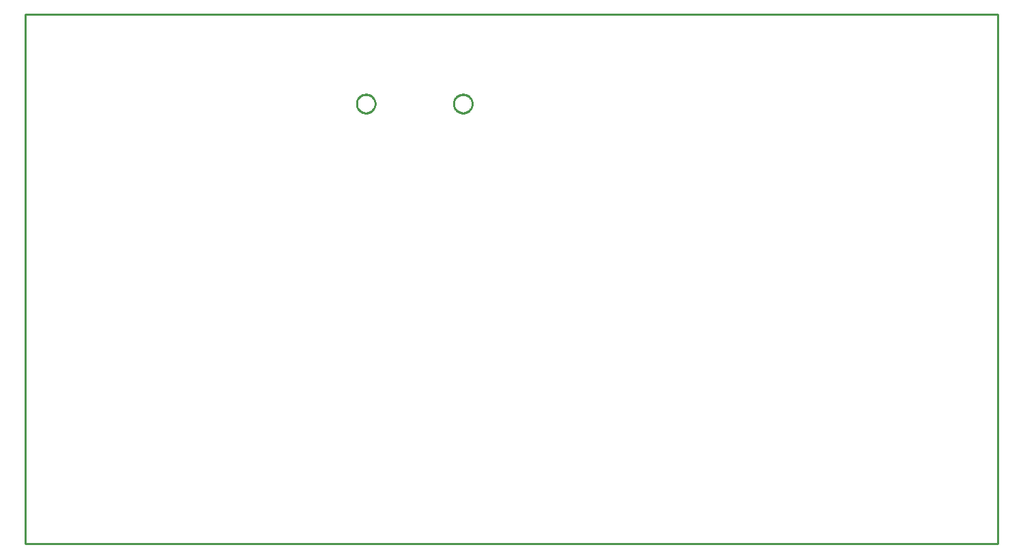
<source format=gbr>
G04 EAGLE Gerber RS-274X export*
G75*
%MOMM*%
%FSLAX34Y34*%
%LPD*%
%IN*%
%IPPOS*%
%AMOC8*
5,1,8,0,0,1.08239X$1,22.5*%
G01*
%ADD10C,0.254000*%


D10*
X0Y0D02*
X1206300Y0D01*
X1206300Y657100D01*
X0Y657100D01*
X0Y0D01*
X531300Y546552D02*
X531371Y547453D01*
X531512Y548345D01*
X531723Y549224D01*
X532002Y550083D01*
X532348Y550918D01*
X532759Y551723D01*
X533231Y552494D01*
X533762Y553225D01*
X534349Y553912D01*
X534988Y554551D01*
X535675Y555138D01*
X536406Y555669D01*
X537177Y556141D01*
X537982Y556552D01*
X538817Y556898D01*
X539676Y557177D01*
X540555Y557388D01*
X541447Y557529D01*
X542348Y557600D01*
X543252Y557600D01*
X544153Y557529D01*
X545045Y557388D01*
X545924Y557177D01*
X546783Y556898D01*
X547618Y556552D01*
X548423Y556141D01*
X549194Y555669D01*
X549925Y555138D01*
X550612Y554551D01*
X551251Y553912D01*
X551838Y553225D01*
X552369Y552494D01*
X552841Y551723D01*
X553252Y550918D01*
X553598Y550083D01*
X553877Y549224D01*
X554088Y548345D01*
X554229Y547453D01*
X554300Y546552D01*
X554300Y545648D01*
X554229Y544747D01*
X554088Y543855D01*
X553877Y542976D01*
X553598Y542117D01*
X553252Y541282D01*
X552841Y540477D01*
X552369Y539706D01*
X551838Y538975D01*
X551251Y538288D01*
X550612Y537649D01*
X549925Y537062D01*
X549194Y536531D01*
X548423Y536059D01*
X547618Y535648D01*
X546783Y535302D01*
X545924Y535023D01*
X545045Y534812D01*
X544153Y534671D01*
X543252Y534600D01*
X542348Y534600D01*
X541447Y534671D01*
X540555Y534812D01*
X539676Y535023D01*
X538817Y535302D01*
X537982Y535648D01*
X537177Y536059D01*
X536406Y536531D01*
X535675Y537062D01*
X534988Y537649D01*
X534349Y538288D01*
X533762Y538975D01*
X533231Y539706D01*
X532759Y540477D01*
X532348Y541282D01*
X532002Y542117D01*
X531723Y542976D01*
X531512Y543855D01*
X531371Y544747D01*
X531300Y545648D01*
X531300Y546552D01*
X410900Y546552D02*
X410971Y547453D01*
X411112Y548345D01*
X411323Y549224D01*
X411602Y550083D01*
X411948Y550918D01*
X412359Y551723D01*
X412831Y552494D01*
X413362Y553225D01*
X413949Y553912D01*
X414588Y554551D01*
X415275Y555138D01*
X416006Y555669D01*
X416777Y556141D01*
X417582Y556552D01*
X418417Y556898D01*
X419276Y557177D01*
X420155Y557388D01*
X421047Y557529D01*
X421948Y557600D01*
X422852Y557600D01*
X423753Y557529D01*
X424645Y557388D01*
X425524Y557177D01*
X426383Y556898D01*
X427218Y556552D01*
X428023Y556141D01*
X428794Y555669D01*
X429525Y555138D01*
X430212Y554551D01*
X430851Y553912D01*
X431438Y553225D01*
X431969Y552494D01*
X432441Y551723D01*
X432852Y550918D01*
X433198Y550083D01*
X433477Y549224D01*
X433688Y548345D01*
X433829Y547453D01*
X433900Y546552D01*
X433900Y545648D01*
X433829Y544747D01*
X433688Y543855D01*
X433477Y542976D01*
X433198Y542117D01*
X432852Y541282D01*
X432441Y540477D01*
X431969Y539706D01*
X431438Y538975D01*
X430851Y538288D01*
X430212Y537649D01*
X429525Y537062D01*
X428794Y536531D01*
X428023Y536059D01*
X427218Y535648D01*
X426383Y535302D01*
X425524Y535023D01*
X424645Y534812D01*
X423753Y534671D01*
X422852Y534600D01*
X421948Y534600D01*
X421047Y534671D01*
X420155Y534812D01*
X419276Y535023D01*
X418417Y535302D01*
X417582Y535648D01*
X416777Y536059D01*
X416006Y536531D01*
X415275Y537062D01*
X414588Y537649D01*
X413949Y538288D01*
X413362Y538975D01*
X412831Y539706D01*
X412359Y540477D01*
X411948Y541282D01*
X411602Y542117D01*
X411323Y542976D01*
X411112Y543855D01*
X410971Y544747D01*
X410900Y545648D01*
X410900Y546552D01*
M02*

</source>
